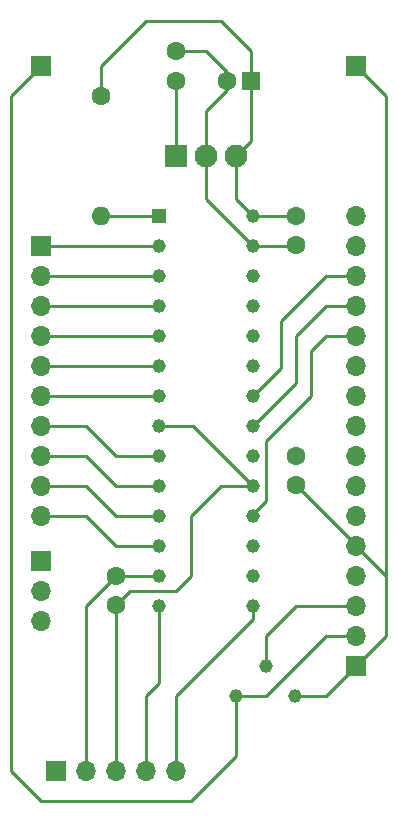
<source format=gbr>
%TF.GenerationSoftware,KiCad,Pcbnew,(5.1.9)-1*%
%TF.CreationDate,2021-01-02T17:40:18-05:00*%
%TF.ProjectId,dsPIC33-schematic,64735049-4333-4332-9d73-6368656d6174,rev?*%
%TF.SameCoordinates,Original*%
%TF.FileFunction,Copper,L1,Top*%
%TF.FilePolarity,Positive*%
%FSLAX46Y46*%
G04 Gerber Fmt 4.6, Leading zero omitted, Abs format (unit mm)*
G04 Created by KiCad (PCBNEW (5.1.9)-1) date 2021-01-02 17:40:18*
%MOMM*%
%LPD*%
G01*
G04 APERTURE LIST*
%TA.AperFunction,ComponentPad*%
%ADD10R,1.159000X1.159000*%
%TD*%
%TA.AperFunction,ComponentPad*%
%ADD11C,1.159000*%
%TD*%
%TA.AperFunction,ComponentPad*%
%ADD12R,1.700000X1.700000*%
%TD*%
%TA.AperFunction,ComponentPad*%
%ADD13C,1.600000*%
%TD*%
%TA.AperFunction,ComponentPad*%
%ADD14R,1.600000X1.600000*%
%TD*%
%TA.AperFunction,ComponentPad*%
%ADD15R,1.935000X1.935000*%
%TD*%
%TA.AperFunction,ComponentPad*%
%ADD16C,1.935000*%
%TD*%
%TA.AperFunction,ComponentPad*%
%ADD17O,1.700000X1.700000*%
%TD*%
%TA.AperFunction,ComponentPad*%
%ADD18O,1.600000X1.600000*%
%TD*%
%TA.AperFunction,ComponentPad*%
%ADD19C,1.150000*%
%TD*%
%TA.AperFunction,Conductor*%
%ADD20C,0.250000*%
%TD*%
G04 APERTURE END LIST*
D10*
%TO.P,IC1,1*%
%TO.N,Net-(IC1-Pad1)*%
X139541000Y-82550000D03*
D11*
%TO.P,IC1,2*%
%TO.N,PIN02*%
X139541000Y-85090000D03*
%TO.P,IC1,3*%
%TO.N,PIN03*%
X139541000Y-87630000D03*
%TO.P,IC1,4*%
%TO.N,PIN04*%
X139541000Y-90170000D03*
%TO.P,IC1,5*%
%TO.N,PIN05*%
X139541000Y-92710000D03*
%TO.P,IC1,6*%
%TO.N,PIN06*%
X139541000Y-95250000D03*
%TO.P,IC1,7*%
%TO.N,Net-(IC1-Pad7)*%
X139541000Y-97790000D03*
%TO.P,IC1,8*%
%TO.N,GND*%
X139541000Y-100330000D03*
%TO.P,IC1,9*%
%TO.N,PIN09*%
X139541000Y-102870000D03*
%TO.P,IC1,10*%
%TO.N,PIN10*%
X139541000Y-105410000D03*
%TO.P,IC1,11*%
%TO.N,PIN11*%
X139541000Y-107950000D03*
%TO.P,IC1,12*%
%TO.N,PIN12*%
X139541000Y-110490000D03*
%TO.P,IC1,13*%
%TO.N,+3V3*%
X139541000Y-113030000D03*
%TO.P,IC1,14*%
%TO.N,PGD*%
X139541000Y-115570000D03*
%TO.P,IC1,15*%
%TO.N,PGC*%
X147479000Y-115570000D03*
%TO.P,IC1,16*%
%TO.N,PIN16*%
X147479000Y-113030000D03*
%TO.P,IC1,17*%
%TO.N,DB4*%
X147479000Y-110490000D03*
%TO.P,IC1,18*%
%TO.N,DB5*%
X147479000Y-107950000D03*
%TO.P,IC1,19*%
%TO.N,GND*%
X147479000Y-105410000D03*
%TO.P,IC1,20*%
%TO.N,Net-(C5-Pad1)*%
X147479000Y-102870000D03*
%TO.P,IC1,21*%
%TO.N,DB6*%
X147479000Y-100330000D03*
%TO.P,IC1,22*%
%TO.N,DB7*%
X147479000Y-97790000D03*
%TO.P,IC1,23*%
%TO.N,RS*%
X147479000Y-95250000D03*
%TO.P,IC1,24*%
%TO.N,E*%
X147479000Y-92710000D03*
%TO.P,IC1,25*%
%TO.N,PIN25*%
X147479000Y-90170000D03*
%TO.P,IC1,26*%
%TO.N,PIN26*%
X147479000Y-87630000D03*
%TO.P,IC1,27*%
%TO.N,GND*%
X147479000Y-85090000D03*
%TO.P,IC1,28*%
%TO.N,+3V3*%
X147479000Y-82550000D03*
%TD*%
D12*
%TO.P,J6,1*%
%TO.N,GND*%
X156210000Y-69850000D03*
%TD*%
%TO.P,J5,1*%
%TO.N,+5V*%
X129540000Y-69850000D03*
%TD*%
D13*
%TO.P,C1,1*%
%TO.N,+5V*%
X140970000Y-71120000D03*
%TO.P,C1,2*%
%TO.N,GND*%
X140970000Y-68620000D03*
%TD*%
D14*
%TO.P,C2,1*%
%TO.N,+3V3*%
X147320000Y-71120000D03*
D13*
%TO.P,C2,2*%
%TO.N,GND*%
X145320000Y-71120000D03*
%TD*%
%TO.P,C3,2*%
%TO.N,GND*%
X151130000Y-85050000D03*
%TO.P,C3,1*%
%TO.N,+3V3*%
X151130000Y-82550000D03*
%TD*%
%TO.P,C4,2*%
%TO.N,GND*%
X135890000Y-115530000D03*
%TO.P,C4,1*%
%TO.N,+3V3*%
X135890000Y-113030000D03*
%TD*%
%TO.P,C5,1*%
%TO.N,Net-(C5-Pad1)*%
X151130000Y-102870000D03*
%TO.P,C5,2*%
%TO.N,GND*%
X151130000Y-105370000D03*
%TD*%
D15*
%TO.P,IC2,1*%
%TO.N,+5V*%
X140970000Y-77470000D03*
D16*
%TO.P,IC2,2*%
%TO.N,GND*%
X143510000Y-77470000D03*
%TO.P,IC2,3*%
%TO.N,+3V3*%
X146050000Y-77470000D03*
%TD*%
D12*
%TO.P,J1,1*%
%TO.N,Net-(IC1-Pad1)*%
X130810000Y-129540000D03*
D17*
%TO.P,J1,2*%
%TO.N,+3V3*%
X133350000Y-129540000D03*
%TO.P,J1,3*%
%TO.N,GND*%
X135890000Y-129540000D03*
%TO.P,J1,4*%
%TO.N,PGD*%
X138430000Y-129540000D03*
%TO.P,J1,5*%
%TO.N,PGC*%
X140970000Y-129540000D03*
%TD*%
D12*
%TO.P,J2,1*%
%TO.N,GND*%
X156210000Y-120650000D03*
D17*
%TO.P,J2,2*%
%TO.N,+5V*%
X156210000Y-118110000D03*
%TO.P,J2,3*%
%TO.N,Net-(J2-Pad3)*%
X156210000Y-115570000D03*
%TO.P,J2,4*%
%TO.N,RS*%
X156210000Y-113030000D03*
%TO.P,J2,5*%
%TO.N,GND*%
X156210000Y-110490000D03*
%TO.P,J2,6*%
%TO.N,E*%
X156210000Y-107950000D03*
%TO.P,J2,7*%
%TO.N,Net-(J2-Pad7)*%
X156210000Y-105410000D03*
%TO.P,J2,8*%
%TO.N,Net-(J2-Pad8)*%
X156210000Y-102870000D03*
%TO.P,J2,9*%
%TO.N,Net-(J2-Pad9)*%
X156210000Y-100330000D03*
%TO.P,J2,10*%
%TO.N,Net-(J2-Pad10)*%
X156210000Y-97790000D03*
%TO.P,J2,11*%
%TO.N,DB4*%
X156210000Y-95250000D03*
%TO.P,J2,12*%
%TO.N,DB5*%
X156210000Y-92710000D03*
%TO.P,J2,13*%
%TO.N,DB6*%
X156210000Y-90170000D03*
%TO.P,J2,14*%
%TO.N,DB7*%
X156210000Y-87630000D03*
%TO.P,J2,15*%
%TO.N,Net-(J2-Pad15)*%
X156210000Y-85090000D03*
%TO.P,J2,16*%
%TO.N,Net-(J2-Pad16)*%
X156210000Y-82550000D03*
%TD*%
D12*
%TO.P,J3,1*%
%TO.N,PIN02*%
X129540000Y-85090000D03*
D17*
%TO.P,J3,2*%
%TO.N,PIN03*%
X129540000Y-87630000D03*
%TO.P,J3,3*%
%TO.N,PIN04*%
X129540000Y-90170000D03*
%TO.P,J3,4*%
%TO.N,PIN05*%
X129540000Y-92710000D03*
%TO.P,J3,5*%
%TO.N,PIN06*%
X129540000Y-95250000D03*
%TO.P,J3,6*%
%TO.N,Net-(IC1-Pad7)*%
X129540000Y-97790000D03*
%TO.P,J3,7*%
%TO.N,PIN09*%
X129540000Y-100330000D03*
%TO.P,J3,8*%
%TO.N,PIN10*%
X129540000Y-102870000D03*
%TO.P,J3,9*%
%TO.N,PIN11*%
X129540000Y-105410000D03*
%TO.P,J3,10*%
%TO.N,PIN12*%
X129540000Y-107950000D03*
%TD*%
D12*
%TO.P,J4,1*%
%TO.N,PIN26*%
X129540000Y-111760000D03*
D17*
%TO.P,J4,2*%
%TO.N,PIN25*%
X129540000Y-114300000D03*
%TO.P,J4,3*%
%TO.N,PIN16*%
X129540000Y-116840000D03*
%TD*%
D13*
%TO.P,R1,1*%
%TO.N,+3V3*%
X134620000Y-72390000D03*
D18*
%TO.P,R1,2*%
%TO.N,Net-(IC1-Pad1)*%
X134620000Y-82550000D03*
%TD*%
D19*
%TO.P,R2,1*%
%TO.N,+5V*%
X146090000Y-123190000D03*
%TO.P,R2,2*%
%TO.N,Net-(J2-Pad3)*%
X148590000Y-120690000D03*
%TO.P,R2,3*%
%TO.N,GND*%
X151090000Y-123190000D03*
%TD*%
D20*
%TO.N,+5V*%
X140970000Y-71120000D02*
X140970000Y-77470000D01*
X156210000Y-118110000D02*
X153670000Y-118110000D01*
X153670000Y-118110000D02*
X148590000Y-123190000D01*
X148590000Y-123190000D02*
X146090000Y-123190000D01*
X129540000Y-69850000D02*
X127000000Y-72390000D01*
X146050000Y-123230000D02*
X146090000Y-123190000D01*
X146050000Y-128270000D02*
X146050000Y-123230000D01*
X142240000Y-132080000D02*
X146050000Y-128270000D01*
X129540000Y-132080000D02*
X142240000Y-132080000D01*
X127000000Y-129540000D02*
X129540000Y-132080000D01*
X127000000Y-120650000D02*
X127000000Y-129540000D01*
X127000000Y-72390000D02*
X127000000Y-120650000D01*
%TO.N,GND*%
X145320000Y-71120000D02*
X145320000Y-70390000D01*
X143550000Y-68620000D02*
X140970000Y-68620000D01*
X145320000Y-70390000D02*
X143550000Y-68620000D01*
X145320000Y-71120000D02*
X145320000Y-71850000D01*
X143510000Y-73660000D02*
X143510000Y-77470000D01*
X145320000Y-71850000D02*
X143510000Y-73660000D01*
X147479000Y-85090000D02*
X151090000Y-85090000D01*
X151090000Y-85090000D02*
X151130000Y-85050000D01*
X143510000Y-77470000D02*
X143510000Y-81121000D01*
X143510000Y-81121000D02*
X147479000Y-85090000D01*
X135890000Y-115530000D02*
X135890000Y-129540000D01*
X151090000Y-123190000D02*
X153670000Y-123190000D01*
X153670000Y-123190000D02*
X156210000Y-120650000D01*
X156210000Y-120650000D02*
X158750000Y-118110000D01*
X158750000Y-118110000D02*
X158750000Y-113030000D01*
X158750000Y-113030000D02*
X156210000Y-110490000D01*
X156210000Y-110490000D02*
X156210000Y-110450000D01*
X156210000Y-110450000D02*
X151130000Y-105370000D01*
X156210000Y-69850000D02*
X158750000Y-72390000D01*
X158750000Y-72390000D02*
X158750000Y-113030000D01*
X139541000Y-100330000D02*
X142399000Y-100330000D01*
X142399000Y-100330000D02*
X147479000Y-105410000D01*
X147479000Y-105410000D02*
X144780000Y-105410000D01*
X137120000Y-114300000D02*
X135890000Y-115530000D01*
X140970000Y-114300000D02*
X137120000Y-114300000D01*
X142240000Y-113030000D02*
X140970000Y-114300000D01*
X142240000Y-107950000D02*
X142240000Y-113030000D01*
X144780000Y-105410000D02*
X142240000Y-107950000D01*
%TO.N,+3V3*%
X147320000Y-71120000D02*
X147320000Y-76200000D01*
X147320000Y-76200000D02*
X146050000Y-77470000D01*
X147479000Y-82550000D02*
X151130000Y-82550000D01*
X146050000Y-77470000D02*
X146050000Y-81121000D01*
X146050000Y-81121000D02*
X147479000Y-82550000D01*
X135890000Y-113030000D02*
X139541000Y-113030000D01*
X134620000Y-72390000D02*
X134620000Y-69850000D01*
X147320000Y-68580000D02*
X147320000Y-71120000D01*
X144780000Y-66040000D02*
X147320000Y-68580000D01*
X138430000Y-66040000D02*
X144780000Y-66040000D01*
X134620000Y-69850000D02*
X138430000Y-66040000D01*
X135890000Y-113030000D02*
X133350000Y-115570000D01*
X133350000Y-115570000D02*
X133350000Y-129540000D01*
%TO.N,Net-(IC1-Pad1)*%
X134620000Y-82550000D02*
X139541000Y-82550000D01*
%TO.N,PIN02*%
X129540000Y-85090000D02*
X139541000Y-85090000D01*
%TO.N,PIN03*%
X139541000Y-87630000D02*
X129540000Y-87630000D01*
%TO.N,PIN04*%
X139541000Y-90170000D02*
X129540000Y-90170000D01*
%TO.N,PIN05*%
X139541000Y-92710000D02*
X129540000Y-92710000D01*
%TO.N,PIN06*%
X139541000Y-95250000D02*
X129540000Y-95250000D01*
%TO.N,Net-(IC1-Pad7)*%
X139541000Y-97790000D02*
X129540000Y-97790000D01*
%TO.N,PIN09*%
X129540000Y-100330000D02*
X133350000Y-100330000D01*
X135890000Y-102870000D02*
X139541000Y-102870000D01*
X133350000Y-100330000D02*
X135890000Y-102870000D01*
%TO.N,PIN10*%
X129540000Y-102870000D02*
X133350000Y-102870000D01*
X135890000Y-105410000D02*
X139541000Y-105410000D01*
X133350000Y-102870000D02*
X135890000Y-105410000D01*
%TO.N,PIN11*%
X139541000Y-107950000D02*
X135890000Y-107950000D01*
X133350000Y-105410000D02*
X129540000Y-105410000D01*
X135890000Y-107950000D02*
X133350000Y-105410000D01*
%TO.N,PIN12*%
X129540000Y-107950000D02*
X133350000Y-107950000D01*
X135890000Y-110490000D02*
X139541000Y-110490000D01*
X133350000Y-107950000D02*
X135890000Y-110490000D01*
%TO.N,PGD*%
X139541000Y-115570000D02*
X139541000Y-122079000D01*
X138430000Y-123190000D02*
X138430000Y-129540000D01*
X139541000Y-122079000D02*
X138430000Y-123190000D01*
%TO.N,PGC*%
X147479000Y-115570000D02*
X147479000Y-116681000D01*
X140970000Y-123190000D02*
X140970000Y-129540000D01*
X147479000Y-116681000D02*
X140970000Y-123190000D01*
%TO.N,DB5*%
X147479000Y-107950000D02*
X147479000Y-107791000D01*
X153670000Y-92710000D02*
X156210000Y-92710000D01*
X152400000Y-93980000D02*
X153670000Y-92710000D01*
X152400000Y-97790000D02*
X152400000Y-93980000D01*
X148590000Y-101600000D02*
X152400000Y-97790000D01*
X148590000Y-106680000D02*
X148590000Y-101600000D01*
X147479000Y-107791000D02*
X148590000Y-106680000D01*
%TO.N,DB6*%
X156210000Y-90170000D02*
X153670000Y-90170000D01*
X151130000Y-96679000D02*
X147479000Y-100330000D01*
X151130000Y-92710000D02*
X151130000Y-96679000D01*
X153670000Y-90170000D02*
X151130000Y-92710000D01*
%TO.N,DB7*%
X156210000Y-87630000D02*
X153670000Y-87630000D01*
X149860000Y-95409000D02*
X147479000Y-97790000D01*
X149860000Y-91440000D02*
X149860000Y-95409000D01*
X153670000Y-87630000D02*
X149860000Y-91440000D01*
%TO.N,Net-(J2-Pad3)*%
X148590000Y-120690000D02*
X148590000Y-118110000D01*
X151130000Y-115570000D02*
X156210000Y-115570000D01*
X148590000Y-118110000D02*
X151130000Y-115570000D01*
%TD*%
M02*

</source>
